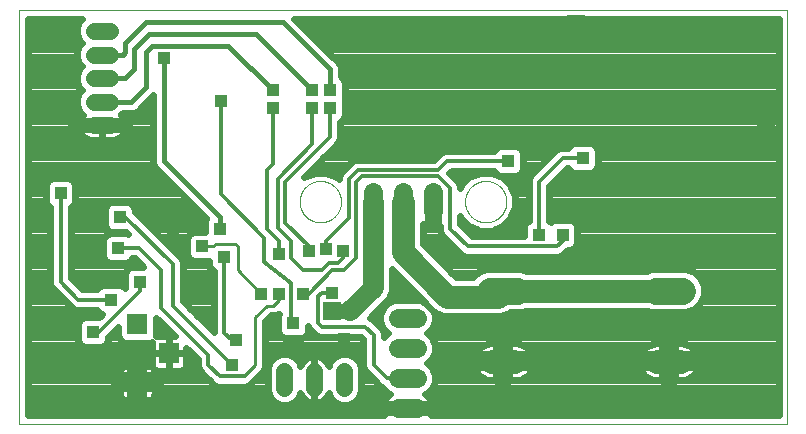
<source format=gbl>
G75*
%MOIN*%
%OFA0B0*%
%FSLAX25Y25*%
%IPPOS*%
%LPD*%
%AMOC8*
5,1,8,0,0,1.08239X$1,22.5*
%
%ADD10C,0.00000*%
%ADD11C,0.06337*%
%ADD12C,0.05600*%
%ADD13C,0.05550*%
%ADD14R,0.07124X0.07124*%
%ADD15C,0.07874*%
%ADD16C,0.08858*%
%ADD17R,0.04362X0.04362*%
%ADD18C,0.01200*%
%ADD19C,0.01600*%
%ADD20C,0.07600*%
%ADD21C,0.02400*%
%ADD22R,0.05937X0.05937*%
%ADD23C,0.05000*%
%ADD24C,0.06600*%
%ADD25C,0.01000*%
%ADD26C,0.07000*%
D10*
X0002200Y0026633D02*
X0002200Y0164428D01*
X0258106Y0164428D01*
X0258106Y0026633D01*
X0002200Y0026633D01*
X0095704Y0100649D02*
X0095706Y0100818D01*
X0095712Y0100987D01*
X0095723Y0101156D01*
X0095737Y0101324D01*
X0095756Y0101492D01*
X0095779Y0101660D01*
X0095805Y0101827D01*
X0095836Y0101993D01*
X0095871Y0102159D01*
X0095910Y0102323D01*
X0095954Y0102487D01*
X0096001Y0102649D01*
X0096052Y0102810D01*
X0096107Y0102970D01*
X0096166Y0103129D01*
X0096228Y0103286D01*
X0096295Y0103441D01*
X0096366Y0103595D01*
X0096440Y0103747D01*
X0096518Y0103897D01*
X0096599Y0104045D01*
X0096684Y0104191D01*
X0096773Y0104335D01*
X0096865Y0104477D01*
X0096961Y0104616D01*
X0097060Y0104753D01*
X0097162Y0104888D01*
X0097268Y0105020D01*
X0097377Y0105149D01*
X0097489Y0105276D01*
X0097604Y0105400D01*
X0097722Y0105521D01*
X0097843Y0105639D01*
X0097967Y0105754D01*
X0098094Y0105866D01*
X0098223Y0105975D01*
X0098355Y0106081D01*
X0098490Y0106183D01*
X0098627Y0106282D01*
X0098766Y0106378D01*
X0098908Y0106470D01*
X0099052Y0106559D01*
X0099198Y0106644D01*
X0099346Y0106725D01*
X0099496Y0106803D01*
X0099648Y0106877D01*
X0099802Y0106948D01*
X0099957Y0107015D01*
X0100114Y0107077D01*
X0100273Y0107136D01*
X0100433Y0107191D01*
X0100594Y0107242D01*
X0100756Y0107289D01*
X0100920Y0107333D01*
X0101084Y0107372D01*
X0101250Y0107407D01*
X0101416Y0107438D01*
X0101583Y0107464D01*
X0101751Y0107487D01*
X0101919Y0107506D01*
X0102087Y0107520D01*
X0102256Y0107531D01*
X0102425Y0107537D01*
X0102594Y0107539D01*
X0102763Y0107537D01*
X0102932Y0107531D01*
X0103101Y0107520D01*
X0103269Y0107506D01*
X0103437Y0107487D01*
X0103605Y0107464D01*
X0103772Y0107438D01*
X0103938Y0107407D01*
X0104104Y0107372D01*
X0104268Y0107333D01*
X0104432Y0107289D01*
X0104594Y0107242D01*
X0104755Y0107191D01*
X0104915Y0107136D01*
X0105074Y0107077D01*
X0105231Y0107015D01*
X0105386Y0106948D01*
X0105540Y0106877D01*
X0105692Y0106803D01*
X0105842Y0106725D01*
X0105990Y0106644D01*
X0106136Y0106559D01*
X0106280Y0106470D01*
X0106422Y0106378D01*
X0106561Y0106282D01*
X0106698Y0106183D01*
X0106833Y0106081D01*
X0106965Y0105975D01*
X0107094Y0105866D01*
X0107221Y0105754D01*
X0107345Y0105639D01*
X0107466Y0105521D01*
X0107584Y0105400D01*
X0107699Y0105276D01*
X0107811Y0105149D01*
X0107920Y0105020D01*
X0108026Y0104888D01*
X0108128Y0104753D01*
X0108227Y0104616D01*
X0108323Y0104477D01*
X0108415Y0104335D01*
X0108504Y0104191D01*
X0108589Y0104045D01*
X0108670Y0103897D01*
X0108748Y0103747D01*
X0108822Y0103595D01*
X0108893Y0103441D01*
X0108960Y0103286D01*
X0109022Y0103129D01*
X0109081Y0102970D01*
X0109136Y0102810D01*
X0109187Y0102649D01*
X0109234Y0102487D01*
X0109278Y0102323D01*
X0109317Y0102159D01*
X0109352Y0101993D01*
X0109383Y0101827D01*
X0109409Y0101660D01*
X0109432Y0101492D01*
X0109451Y0101324D01*
X0109465Y0101156D01*
X0109476Y0100987D01*
X0109482Y0100818D01*
X0109484Y0100649D01*
X0109482Y0100480D01*
X0109476Y0100311D01*
X0109465Y0100142D01*
X0109451Y0099974D01*
X0109432Y0099806D01*
X0109409Y0099638D01*
X0109383Y0099471D01*
X0109352Y0099305D01*
X0109317Y0099139D01*
X0109278Y0098975D01*
X0109234Y0098811D01*
X0109187Y0098649D01*
X0109136Y0098488D01*
X0109081Y0098328D01*
X0109022Y0098169D01*
X0108960Y0098012D01*
X0108893Y0097857D01*
X0108822Y0097703D01*
X0108748Y0097551D01*
X0108670Y0097401D01*
X0108589Y0097253D01*
X0108504Y0097107D01*
X0108415Y0096963D01*
X0108323Y0096821D01*
X0108227Y0096682D01*
X0108128Y0096545D01*
X0108026Y0096410D01*
X0107920Y0096278D01*
X0107811Y0096149D01*
X0107699Y0096022D01*
X0107584Y0095898D01*
X0107466Y0095777D01*
X0107345Y0095659D01*
X0107221Y0095544D01*
X0107094Y0095432D01*
X0106965Y0095323D01*
X0106833Y0095217D01*
X0106698Y0095115D01*
X0106561Y0095016D01*
X0106422Y0094920D01*
X0106280Y0094828D01*
X0106136Y0094739D01*
X0105990Y0094654D01*
X0105842Y0094573D01*
X0105692Y0094495D01*
X0105540Y0094421D01*
X0105386Y0094350D01*
X0105231Y0094283D01*
X0105074Y0094221D01*
X0104915Y0094162D01*
X0104755Y0094107D01*
X0104594Y0094056D01*
X0104432Y0094009D01*
X0104268Y0093965D01*
X0104104Y0093926D01*
X0103938Y0093891D01*
X0103772Y0093860D01*
X0103605Y0093834D01*
X0103437Y0093811D01*
X0103269Y0093792D01*
X0103101Y0093778D01*
X0102932Y0093767D01*
X0102763Y0093761D01*
X0102594Y0093759D01*
X0102425Y0093761D01*
X0102256Y0093767D01*
X0102087Y0093778D01*
X0101919Y0093792D01*
X0101751Y0093811D01*
X0101583Y0093834D01*
X0101416Y0093860D01*
X0101250Y0093891D01*
X0101084Y0093926D01*
X0100920Y0093965D01*
X0100756Y0094009D01*
X0100594Y0094056D01*
X0100433Y0094107D01*
X0100273Y0094162D01*
X0100114Y0094221D01*
X0099957Y0094283D01*
X0099802Y0094350D01*
X0099648Y0094421D01*
X0099496Y0094495D01*
X0099346Y0094573D01*
X0099198Y0094654D01*
X0099052Y0094739D01*
X0098908Y0094828D01*
X0098766Y0094920D01*
X0098627Y0095016D01*
X0098490Y0095115D01*
X0098355Y0095217D01*
X0098223Y0095323D01*
X0098094Y0095432D01*
X0097967Y0095544D01*
X0097843Y0095659D01*
X0097722Y0095777D01*
X0097604Y0095898D01*
X0097489Y0096022D01*
X0097377Y0096149D01*
X0097268Y0096278D01*
X0097162Y0096410D01*
X0097060Y0096545D01*
X0096961Y0096682D01*
X0096865Y0096821D01*
X0096773Y0096963D01*
X0096684Y0097107D01*
X0096599Y0097253D01*
X0096518Y0097401D01*
X0096440Y0097551D01*
X0096366Y0097703D01*
X0096295Y0097857D01*
X0096228Y0098012D01*
X0096166Y0098169D01*
X0096107Y0098328D01*
X0096052Y0098488D01*
X0096001Y0098649D01*
X0095954Y0098811D01*
X0095910Y0098975D01*
X0095871Y0099139D01*
X0095836Y0099305D01*
X0095805Y0099471D01*
X0095779Y0099638D01*
X0095756Y0099806D01*
X0095737Y0099974D01*
X0095723Y0100142D01*
X0095712Y0100311D01*
X0095706Y0100480D01*
X0095704Y0100649D01*
X0150822Y0100649D02*
X0150824Y0100818D01*
X0150830Y0100987D01*
X0150841Y0101156D01*
X0150855Y0101324D01*
X0150874Y0101492D01*
X0150897Y0101660D01*
X0150923Y0101827D01*
X0150954Y0101993D01*
X0150989Y0102159D01*
X0151028Y0102323D01*
X0151072Y0102487D01*
X0151119Y0102649D01*
X0151170Y0102810D01*
X0151225Y0102970D01*
X0151284Y0103129D01*
X0151346Y0103286D01*
X0151413Y0103441D01*
X0151484Y0103595D01*
X0151558Y0103747D01*
X0151636Y0103897D01*
X0151717Y0104045D01*
X0151802Y0104191D01*
X0151891Y0104335D01*
X0151983Y0104477D01*
X0152079Y0104616D01*
X0152178Y0104753D01*
X0152280Y0104888D01*
X0152386Y0105020D01*
X0152495Y0105149D01*
X0152607Y0105276D01*
X0152722Y0105400D01*
X0152840Y0105521D01*
X0152961Y0105639D01*
X0153085Y0105754D01*
X0153212Y0105866D01*
X0153341Y0105975D01*
X0153473Y0106081D01*
X0153608Y0106183D01*
X0153745Y0106282D01*
X0153884Y0106378D01*
X0154026Y0106470D01*
X0154170Y0106559D01*
X0154316Y0106644D01*
X0154464Y0106725D01*
X0154614Y0106803D01*
X0154766Y0106877D01*
X0154920Y0106948D01*
X0155075Y0107015D01*
X0155232Y0107077D01*
X0155391Y0107136D01*
X0155551Y0107191D01*
X0155712Y0107242D01*
X0155874Y0107289D01*
X0156038Y0107333D01*
X0156202Y0107372D01*
X0156368Y0107407D01*
X0156534Y0107438D01*
X0156701Y0107464D01*
X0156869Y0107487D01*
X0157037Y0107506D01*
X0157205Y0107520D01*
X0157374Y0107531D01*
X0157543Y0107537D01*
X0157712Y0107539D01*
X0157881Y0107537D01*
X0158050Y0107531D01*
X0158219Y0107520D01*
X0158387Y0107506D01*
X0158555Y0107487D01*
X0158723Y0107464D01*
X0158890Y0107438D01*
X0159056Y0107407D01*
X0159222Y0107372D01*
X0159386Y0107333D01*
X0159550Y0107289D01*
X0159712Y0107242D01*
X0159873Y0107191D01*
X0160033Y0107136D01*
X0160192Y0107077D01*
X0160349Y0107015D01*
X0160504Y0106948D01*
X0160658Y0106877D01*
X0160810Y0106803D01*
X0160960Y0106725D01*
X0161108Y0106644D01*
X0161254Y0106559D01*
X0161398Y0106470D01*
X0161540Y0106378D01*
X0161679Y0106282D01*
X0161816Y0106183D01*
X0161951Y0106081D01*
X0162083Y0105975D01*
X0162212Y0105866D01*
X0162339Y0105754D01*
X0162463Y0105639D01*
X0162584Y0105521D01*
X0162702Y0105400D01*
X0162817Y0105276D01*
X0162929Y0105149D01*
X0163038Y0105020D01*
X0163144Y0104888D01*
X0163246Y0104753D01*
X0163345Y0104616D01*
X0163441Y0104477D01*
X0163533Y0104335D01*
X0163622Y0104191D01*
X0163707Y0104045D01*
X0163788Y0103897D01*
X0163866Y0103747D01*
X0163940Y0103595D01*
X0164011Y0103441D01*
X0164078Y0103286D01*
X0164140Y0103129D01*
X0164199Y0102970D01*
X0164254Y0102810D01*
X0164305Y0102649D01*
X0164352Y0102487D01*
X0164396Y0102323D01*
X0164435Y0102159D01*
X0164470Y0101993D01*
X0164501Y0101827D01*
X0164527Y0101660D01*
X0164550Y0101492D01*
X0164569Y0101324D01*
X0164583Y0101156D01*
X0164594Y0100987D01*
X0164600Y0100818D01*
X0164602Y0100649D01*
X0164600Y0100480D01*
X0164594Y0100311D01*
X0164583Y0100142D01*
X0164569Y0099974D01*
X0164550Y0099806D01*
X0164527Y0099638D01*
X0164501Y0099471D01*
X0164470Y0099305D01*
X0164435Y0099139D01*
X0164396Y0098975D01*
X0164352Y0098811D01*
X0164305Y0098649D01*
X0164254Y0098488D01*
X0164199Y0098328D01*
X0164140Y0098169D01*
X0164078Y0098012D01*
X0164011Y0097857D01*
X0163940Y0097703D01*
X0163866Y0097551D01*
X0163788Y0097401D01*
X0163707Y0097253D01*
X0163622Y0097107D01*
X0163533Y0096963D01*
X0163441Y0096821D01*
X0163345Y0096682D01*
X0163246Y0096545D01*
X0163144Y0096410D01*
X0163038Y0096278D01*
X0162929Y0096149D01*
X0162817Y0096022D01*
X0162702Y0095898D01*
X0162584Y0095777D01*
X0162463Y0095659D01*
X0162339Y0095544D01*
X0162212Y0095432D01*
X0162083Y0095323D01*
X0161951Y0095217D01*
X0161816Y0095115D01*
X0161679Y0095016D01*
X0161540Y0094920D01*
X0161398Y0094828D01*
X0161254Y0094739D01*
X0161108Y0094654D01*
X0160960Y0094573D01*
X0160810Y0094495D01*
X0160658Y0094421D01*
X0160504Y0094350D01*
X0160349Y0094283D01*
X0160192Y0094221D01*
X0160033Y0094162D01*
X0159873Y0094107D01*
X0159712Y0094056D01*
X0159550Y0094009D01*
X0159386Y0093965D01*
X0159222Y0093926D01*
X0159056Y0093891D01*
X0158890Y0093860D01*
X0158723Y0093834D01*
X0158555Y0093811D01*
X0158387Y0093792D01*
X0158219Y0093778D01*
X0158050Y0093767D01*
X0157881Y0093761D01*
X0157712Y0093759D01*
X0157543Y0093761D01*
X0157374Y0093767D01*
X0157205Y0093778D01*
X0157037Y0093792D01*
X0156869Y0093811D01*
X0156701Y0093834D01*
X0156534Y0093860D01*
X0156368Y0093891D01*
X0156202Y0093926D01*
X0156038Y0093965D01*
X0155874Y0094009D01*
X0155712Y0094056D01*
X0155551Y0094107D01*
X0155391Y0094162D01*
X0155232Y0094221D01*
X0155075Y0094283D01*
X0154920Y0094350D01*
X0154766Y0094421D01*
X0154614Y0094495D01*
X0154464Y0094573D01*
X0154316Y0094654D01*
X0154170Y0094739D01*
X0154026Y0094828D01*
X0153884Y0094920D01*
X0153745Y0095016D01*
X0153608Y0095115D01*
X0153473Y0095217D01*
X0153341Y0095323D01*
X0153212Y0095432D01*
X0153085Y0095544D01*
X0152961Y0095659D01*
X0152840Y0095777D01*
X0152722Y0095898D01*
X0152607Y0096022D01*
X0152495Y0096149D01*
X0152386Y0096278D01*
X0152280Y0096410D01*
X0152178Y0096545D01*
X0152079Y0096682D01*
X0151983Y0096821D01*
X0151891Y0096963D01*
X0151802Y0097107D01*
X0151717Y0097253D01*
X0151636Y0097401D01*
X0151558Y0097551D01*
X0151484Y0097703D01*
X0151413Y0097857D01*
X0151346Y0098012D01*
X0151284Y0098169D01*
X0151225Y0098328D01*
X0151170Y0098488D01*
X0151119Y0098649D01*
X0151072Y0098811D01*
X0151028Y0098975D01*
X0150989Y0099139D01*
X0150954Y0099305D01*
X0150923Y0099471D01*
X0150897Y0099638D01*
X0150874Y0099806D01*
X0150855Y0099974D01*
X0150841Y0100142D01*
X0150830Y0100311D01*
X0150824Y0100480D01*
X0150822Y0100649D01*
D11*
X0140153Y0097480D02*
X0140153Y0103817D01*
X0130153Y0103817D02*
X0130153Y0097480D01*
X0120153Y0097480D02*
X0120153Y0103817D01*
X0128461Y0061810D02*
X0134798Y0061810D01*
X0134798Y0051810D02*
X0128461Y0051810D01*
X0128461Y0041810D02*
X0134798Y0041810D01*
X0134798Y0031810D02*
X0128461Y0031810D01*
D12*
X0110625Y0038597D02*
X0110625Y0044197D01*
X0100625Y0044197D02*
X0100625Y0038597D01*
X0090625Y0038597D02*
X0090625Y0044197D01*
X0139995Y0093562D02*
X0139995Y0100452D01*
D13*
X0032534Y0126043D02*
X0026984Y0126043D01*
X0026984Y0133917D02*
X0032534Y0133917D01*
X0032534Y0141791D02*
X0026984Y0141791D01*
X0026984Y0149665D02*
X0032534Y0149665D01*
X0032534Y0157539D02*
X0026984Y0157539D01*
D14*
X0041570Y0059901D03*
X0052200Y0050058D03*
X0041570Y0040216D03*
D15*
X0159680Y0047302D02*
X0167554Y0047302D01*
X0214798Y0047302D02*
X0222672Y0047302D01*
D16*
X0223165Y0070925D02*
X0214306Y0070925D01*
X0168046Y0070925D02*
X0159188Y0070925D01*
D17*
X0128184Y0069940D03*
X0106531Y0070334D03*
X0096688Y0069940D03*
X0088814Y0069940D03*
X0082909Y0069940D03*
X0093539Y0060098D03*
X0110468Y0054980D03*
X0074444Y0054389D03*
X0073066Y0046318D03*
X0026806Y0057145D03*
X0032909Y0067972D03*
X0042357Y0073877D03*
X0035074Y0085098D03*
X0053381Y0089625D03*
X0063224Y0085688D03*
X0070507Y0082342D03*
X0088814Y0083129D03*
X0098657Y0084114D03*
X0104562Y0084901D03*
X0110074Y0084114D03*
X0069129Y0091594D03*
X0035665Y0095531D03*
X0015980Y0103405D03*
X0086649Y0131948D03*
X0086649Y0137854D03*
X0099838Y0137854D03*
X0105743Y0137854D03*
X0105743Y0131948D03*
X0099838Y0131948D03*
X0069326Y0134310D03*
X0050428Y0148680D03*
X0165192Y0114232D03*
X0189995Y0115216D03*
X0183302Y0089625D03*
X0175428Y0089625D03*
D18*
X0175428Y0107342D01*
X0183302Y0115216D01*
X0189995Y0115216D01*
X0165192Y0114232D02*
X0144917Y0114232D01*
X0141964Y0111279D01*
X0115192Y0111279D01*
X0112239Y0108326D01*
X0112239Y0095334D01*
X0104562Y0087657D01*
X0104562Y0084901D01*
X0110074Y0084114D02*
X0110074Y0081751D01*
X0108499Y0080177D01*
X0105350Y0080177D01*
X0102987Y0077814D01*
X0096688Y0077814D01*
X0092751Y0081751D01*
X0092751Y0087460D01*
X0088420Y0091791D01*
X0088420Y0108326D01*
X0099838Y0119743D01*
X0099838Y0131948D01*
X0105743Y0131948D02*
X0105743Y0122302D01*
X0090783Y0107342D01*
X0090783Y0093562D01*
X0098657Y0085688D01*
X0098657Y0084114D01*
X0088814Y0083129D02*
X0088814Y0087657D01*
X0084877Y0091594D01*
X0084877Y0111279D01*
X0086649Y0113051D01*
X0086649Y0131948D01*
X0069326Y0134310D02*
X0069326Y0103208D01*
X0083893Y0088641D01*
X0083893Y0080373D01*
X0092751Y0073484D01*
X0092751Y0060885D01*
X0093539Y0060098D01*
X0101806Y0060295D02*
X0103184Y0058917D01*
X0117554Y0058917D01*
X0120310Y0056161D01*
X0120310Y0046318D01*
X0124818Y0041810D01*
X0131629Y0041810D01*
X0129149Y0041810D01*
X0101806Y0060295D02*
X0101806Y0069153D01*
X0102987Y0070334D01*
X0106531Y0070334D01*
X0106531Y0077814D02*
X0098657Y0069940D01*
X0096688Y0069940D01*
X0106531Y0077814D02*
X0110468Y0077814D01*
X0114405Y0081751D01*
X0114405Y0107145D01*
X0116373Y0109114D01*
X0141767Y0109114D01*
X0145704Y0105177D01*
X0145901Y0091594D01*
X0151806Y0085688D01*
X0181334Y0085688D01*
X0183302Y0087657D01*
X0183302Y0089625D01*
X0140153Y0100649D02*
X0139995Y0100491D01*
X0139995Y0100452D01*
X0070507Y0082342D02*
X0070507Y0056948D01*
X0073066Y0054389D01*
X0074444Y0054389D01*
X0065192Y0049468D02*
X0049444Y0065216D01*
X0049444Y0077814D01*
X0042161Y0085098D01*
X0035074Y0085098D01*
X0037633Y0095531D02*
X0053381Y0079783D01*
X0053381Y0066003D01*
X0073066Y0046318D01*
X0069129Y0042381D02*
X0065192Y0046318D01*
X0065192Y0049468D01*
X0069129Y0042381D02*
X0077003Y0042381D01*
X0042357Y0070728D02*
X0028775Y0057145D01*
X0026806Y0057145D01*
X0021885Y0067972D02*
X0032909Y0067972D01*
X0042357Y0070728D02*
X0042357Y0073877D01*
X0021885Y0067972D02*
X0015980Y0073877D01*
X0015980Y0103405D01*
X0035665Y0095531D02*
X0037633Y0095531D01*
D19*
X0050428Y0114232D02*
X0069129Y0095531D01*
X0069129Y0091594D01*
X0050428Y0114232D02*
X0050428Y0148680D01*
X0046491Y0152617D02*
X0044523Y0150649D01*
X0044523Y0138838D01*
X0039602Y0133917D01*
X0029759Y0133917D01*
X0029759Y0141791D02*
X0037633Y0141791D01*
X0040586Y0144743D01*
X0040586Y0151633D01*
X0045507Y0156554D01*
X0081137Y0156554D01*
X0099838Y0137854D01*
X0105743Y0137854D02*
X0105743Y0144743D01*
X0089995Y0160491D01*
X0044523Y0160491D01*
X0037633Y0153602D01*
X0037633Y0150649D01*
X0036649Y0149665D01*
X0029759Y0149665D01*
X0046491Y0152617D02*
X0071885Y0152617D01*
X0086649Y0137854D01*
D20*
X0130153Y0100649D02*
X0130153Y0083720D01*
X0144917Y0068956D01*
X0161649Y0068956D01*
X0161649Y0070925D01*
X0163617Y0070925D01*
X0218735Y0070925D01*
D21*
X0227260Y0077053D02*
X0229293Y0075020D01*
X0230394Y0072363D01*
X0230394Y0069487D01*
X0229293Y0066830D01*
X0227260Y0064796D01*
X0224603Y0063695D01*
X0212868Y0063695D01*
X0211349Y0064325D01*
X0171003Y0064325D01*
X0169484Y0063695D01*
X0165722Y0063695D01*
X0165387Y0063361D01*
X0162962Y0062356D01*
X0143604Y0062356D01*
X0141178Y0063361D01*
X0140218Y0064321D01*
X0140766Y0062998D01*
X0140766Y0060623D01*
X0139857Y0058429D01*
X0138238Y0056810D01*
X0139857Y0055191D01*
X0140766Y0052998D01*
X0140766Y0050623D01*
X0139857Y0048429D01*
X0138238Y0046810D01*
X0139857Y0045191D01*
X0140766Y0042998D01*
X0140766Y0040623D01*
X0139857Y0038429D01*
X0138179Y0036751D01*
X0137488Y0036465D01*
X0137611Y0036402D01*
X0138295Y0035905D01*
X0138892Y0035308D01*
X0139389Y0034624D01*
X0139773Y0033871D01*
X0140034Y0033067D01*
X0140166Y0032233D01*
X0140166Y0031810D01*
X0131629Y0031810D01*
X0123092Y0031810D01*
X0123092Y0031388D01*
X0123224Y0030553D01*
X0123485Y0029750D01*
X0123647Y0029433D01*
X0005000Y0029433D01*
X0005000Y0161628D01*
X0023190Y0161628D01*
X0022258Y0160697D01*
X0021409Y0158648D01*
X0021409Y0156430D01*
X0022258Y0154381D01*
X0023037Y0153602D01*
X0022258Y0152823D01*
X0021409Y0150774D01*
X0021409Y0148556D01*
X0022258Y0146507D01*
X0023037Y0145728D01*
X0022258Y0144949D01*
X0021409Y0142900D01*
X0021409Y0140682D01*
X0022258Y0138633D01*
X0023037Y0137854D01*
X0022258Y0137075D01*
X0021409Y0135026D01*
X0021409Y0132808D01*
X0022258Y0130759D01*
X0023462Y0129555D01*
X0023190Y0129284D01*
X0022729Y0128650D01*
X0022374Y0127952D01*
X0022132Y0127208D01*
X0022009Y0126434D01*
X0022009Y0126043D01*
X0029759Y0126043D01*
X0029759Y0126043D01*
X0037509Y0126043D01*
X0037509Y0126434D01*
X0037386Y0127208D01*
X0037144Y0127952D01*
X0036789Y0128650D01*
X0036328Y0129284D01*
X0036057Y0129555D01*
X0036818Y0130317D01*
X0040318Y0130317D01*
X0041641Y0130865D01*
X0042653Y0131877D01*
X0046828Y0136052D01*
X0046828Y0113516D01*
X0047376Y0112192D01*
X0064467Y0095102D01*
X0064148Y0094332D01*
X0064148Y0090669D01*
X0060486Y0090669D01*
X0059456Y0090243D01*
X0058669Y0089455D01*
X0058243Y0088426D01*
X0058243Y0082950D01*
X0058669Y0081921D01*
X0059456Y0081133D01*
X0060486Y0080707D01*
X0065526Y0080707D01*
X0065526Y0079604D01*
X0065952Y0078575D01*
X0066740Y0077787D01*
X0067107Y0077635D01*
X0067107Y0057086D01*
X0056781Y0067412D01*
X0056781Y0080459D01*
X0056263Y0081709D01*
X0040646Y0097327D01*
X0040646Y0098269D01*
X0040219Y0099298D01*
X0039432Y0100086D01*
X0038403Y0100512D01*
X0032927Y0100512D01*
X0031897Y0100086D01*
X0031110Y0099298D01*
X0030683Y0098269D01*
X0030683Y0092793D01*
X0031110Y0091764D01*
X0031897Y0090976D01*
X0032927Y0090550D01*
X0037806Y0090550D01*
X0038605Y0089750D01*
X0037812Y0090079D01*
X0032336Y0090079D01*
X0031307Y0089653D01*
X0030519Y0088865D01*
X0030093Y0087836D01*
X0030093Y0082360D01*
X0030519Y0081331D01*
X0031307Y0080543D01*
X0032336Y0080117D01*
X0037812Y0080117D01*
X0038841Y0080543D01*
X0039629Y0081331D01*
X0039781Y0081698D01*
X0040752Y0081698D01*
X0043592Y0078858D01*
X0039619Y0078858D01*
X0038590Y0078432D01*
X0037803Y0077644D01*
X0037376Y0076615D01*
X0037376Y0071826D01*
X0036676Y0072527D01*
X0035647Y0072953D01*
X0030171Y0072953D01*
X0029141Y0072527D01*
X0028354Y0071739D01*
X0028202Y0071372D01*
X0023293Y0071372D01*
X0019380Y0075286D01*
X0019380Y0098698D01*
X0019747Y0098850D01*
X0020534Y0099638D01*
X0020961Y0100667D01*
X0020961Y0106143D01*
X0020534Y0107172D01*
X0019747Y0107960D01*
X0018718Y0108386D01*
X0013241Y0108386D01*
X0012212Y0107960D01*
X0011425Y0107172D01*
X0010998Y0106143D01*
X0010998Y0100667D01*
X0011425Y0099638D01*
X0012212Y0098850D01*
X0012580Y0098698D01*
X0012580Y0073201D01*
X0013097Y0071951D01*
X0019003Y0066046D01*
X0019959Y0065089D01*
X0021209Y0064572D01*
X0028202Y0064572D01*
X0028354Y0064205D01*
X0029141Y0063417D01*
X0029917Y0063096D01*
X0028948Y0062126D01*
X0024068Y0062126D01*
X0023039Y0061700D01*
X0022251Y0060912D01*
X0021825Y0059883D01*
X0021825Y0054407D01*
X0022251Y0053378D01*
X0023039Y0052590D01*
X0024068Y0052164D01*
X0029544Y0052164D01*
X0030573Y0052590D01*
X0031361Y0053378D01*
X0031787Y0054407D01*
X0031787Y0055349D01*
X0035208Y0058770D01*
X0035208Y0055782D01*
X0035634Y0054753D01*
X0036422Y0053965D01*
X0037451Y0053539D01*
X0045689Y0053539D01*
X0046438Y0053849D01*
X0046438Y0050058D01*
X0046438Y0046207D01*
X0046588Y0045647D01*
X0046877Y0045145D01*
X0047287Y0044736D01*
X0047789Y0044446D01*
X0048348Y0044296D01*
X0052200Y0044296D01*
X0056052Y0044296D01*
X0056611Y0044446D01*
X0057113Y0044736D01*
X0057523Y0045145D01*
X0057812Y0045647D01*
X0057962Y0046207D01*
X0057962Y0050058D01*
X0052200Y0050058D01*
X0052200Y0044296D01*
X0052200Y0050058D01*
X0052200Y0050058D01*
X0052200Y0050058D01*
X0046438Y0050058D01*
X0052200Y0050058D01*
X0052200Y0050058D01*
X0057962Y0050058D01*
X0057962Y0051889D01*
X0061792Y0048060D01*
X0061792Y0045642D01*
X0062310Y0044392D01*
X0063266Y0043436D01*
X0067203Y0039499D01*
X0068453Y0038981D01*
X0077679Y0038981D01*
X0078929Y0039499D01*
X0079886Y0040455D01*
X0079986Y0040697D01*
X0082809Y0043521D01*
X0083738Y0044449D01*
X0084240Y0045662D01*
X0084240Y0060699D01*
X0086244Y0062703D01*
X0087502Y0062703D01*
X0088710Y0063204D01*
X0088557Y0062836D01*
X0088557Y0057360D01*
X0088984Y0056331D01*
X0089771Y0055543D01*
X0090801Y0055117D01*
X0096277Y0055117D01*
X0097306Y0055543D01*
X0098093Y0056331D01*
X0098520Y0057360D01*
X0098520Y0059345D01*
X0098924Y0058369D01*
X0101258Y0056034D01*
X0102508Y0055517D01*
X0116146Y0055517D01*
X0116910Y0054752D01*
X0116910Y0045642D01*
X0117428Y0044392D01*
X0121936Y0039884D01*
X0122892Y0038928D01*
X0123257Y0038777D01*
X0123401Y0038429D01*
X0125080Y0036751D01*
X0125770Y0036465D01*
X0125647Y0036402D01*
X0124963Y0035905D01*
X0124366Y0035308D01*
X0123869Y0034624D01*
X0123485Y0033871D01*
X0123224Y0033067D01*
X0123092Y0032233D01*
X0123092Y0031810D01*
X0131629Y0031810D01*
X0131629Y0031810D01*
X0131629Y0031810D01*
X0140166Y0031810D01*
X0140166Y0031388D01*
X0140034Y0030553D01*
X0139773Y0029750D01*
X0139612Y0029433D01*
X0255306Y0029433D01*
X0255306Y0161628D01*
X0093949Y0161628D01*
X0107783Y0147795D01*
X0108795Y0146783D01*
X0109343Y0145460D01*
X0109343Y0142478D01*
X0109510Y0142408D01*
X0110298Y0141621D01*
X0110724Y0140592D01*
X0110724Y0135116D01*
X0110635Y0134901D01*
X0110724Y0134686D01*
X0110724Y0129210D01*
X0110298Y0128181D01*
X0109510Y0127393D01*
X0109143Y0127241D01*
X0109143Y0121626D01*
X0108626Y0120377D01*
X0107669Y0119420D01*
X0107669Y0119420D01*
X0097118Y0108869D01*
X0100666Y0110339D01*
X0104521Y0110339D01*
X0108083Y0108864D01*
X0108839Y0108107D01*
X0108839Y0109002D01*
X0109357Y0110252D01*
X0110313Y0111208D01*
X0113266Y0114161D01*
X0114516Y0114679D01*
X0140555Y0114679D01*
X0142991Y0117114D01*
X0144240Y0117632D01*
X0160485Y0117632D01*
X0160637Y0117999D01*
X0161425Y0118786D01*
X0162454Y0119213D01*
X0167930Y0119213D01*
X0168959Y0118786D01*
X0169747Y0117999D01*
X0170173Y0116970D01*
X0170173Y0111494D01*
X0169747Y0110464D01*
X0168959Y0109677D01*
X0167930Y0109251D01*
X0162454Y0109251D01*
X0161425Y0109677D01*
X0160637Y0110464D01*
X0160485Y0110832D01*
X0146325Y0110832D01*
X0145591Y0110098D01*
X0148090Y0107598D01*
X0148558Y0107144D01*
X0148568Y0107121D01*
X0148586Y0107102D01*
X0148836Y0106500D01*
X0149094Y0105902D01*
X0149094Y0105876D01*
X0149104Y0105853D01*
X0149104Y0105201D01*
X0149104Y0105189D01*
X0149497Y0106138D01*
X0152223Y0108864D01*
X0155784Y0110339D01*
X0159639Y0110339D01*
X0163201Y0108864D01*
X0165926Y0106138D01*
X0167402Y0102576D01*
X0167402Y0098722D01*
X0165926Y0095160D01*
X0163201Y0092434D01*
X0159639Y0090959D01*
X0155784Y0090959D01*
X0152223Y0092434D01*
X0149497Y0095160D01*
X0149240Y0095780D01*
X0149280Y0093022D01*
X0153215Y0089088D01*
X0170447Y0089088D01*
X0170447Y0092363D01*
X0170874Y0093392D01*
X0171661Y0094180D01*
X0172028Y0094332D01*
X0172028Y0108018D01*
X0172546Y0109268D01*
X0180420Y0117142D01*
X0181376Y0118098D01*
X0182626Y0118616D01*
X0185288Y0118616D01*
X0185440Y0118983D01*
X0186228Y0119771D01*
X0187257Y0120197D01*
X0192733Y0120197D01*
X0193762Y0119771D01*
X0194550Y0118983D01*
X0194976Y0117954D01*
X0194976Y0112478D01*
X0194550Y0111449D01*
X0193762Y0110661D01*
X0192733Y0110235D01*
X0187257Y0110235D01*
X0186228Y0110661D01*
X0185440Y0111449D01*
X0185288Y0111816D01*
X0184711Y0111816D01*
X0178828Y0105934D01*
X0178828Y0094332D01*
X0179196Y0094180D01*
X0179365Y0094010D01*
X0179535Y0094180D01*
X0180564Y0094606D01*
X0186040Y0094606D01*
X0187070Y0094180D01*
X0187857Y0093392D01*
X0188283Y0092363D01*
X0188283Y0086887D01*
X0187857Y0085858D01*
X0187070Y0085070D01*
X0186040Y0084644D01*
X0185098Y0084644D01*
X0184216Y0083762D01*
X0183260Y0082806D01*
X0182010Y0082288D01*
X0151130Y0082288D01*
X0149880Y0082806D01*
X0143514Y0089172D01*
X0143047Y0089626D01*
X0143036Y0089650D01*
X0143018Y0089668D01*
X0142769Y0090270D01*
X0142511Y0090868D01*
X0142511Y0090894D01*
X0142501Y0090918D01*
X0142501Y0091569D01*
X0142485Y0092644D01*
X0142214Y0092505D01*
X0141410Y0092244D01*
X0140575Y0092112D01*
X0140153Y0092112D01*
X0140153Y0100649D01*
X0140153Y0100649D01*
X0140153Y0092112D01*
X0139730Y0092112D01*
X0138896Y0092244D01*
X0138092Y0092505D01*
X0137339Y0092889D01*
X0136753Y0093315D01*
X0136753Y0086454D01*
X0147650Y0075556D01*
X0153596Y0075556D01*
X0155093Y0077053D01*
X0157750Y0078154D01*
X0169484Y0078154D01*
X0171003Y0077525D01*
X0211349Y0077525D01*
X0212868Y0078154D01*
X0224603Y0078154D01*
X0227260Y0077053D01*
X0227311Y0077002D02*
X0255306Y0077002D01*
X0255306Y0079400D02*
X0143806Y0079400D01*
X0146204Y0077002D02*
X0155042Y0077002D01*
X0141407Y0081799D02*
X0255306Y0081799D01*
X0255306Y0084197D02*
X0184651Y0084197D01*
X0188163Y0086596D02*
X0255306Y0086596D01*
X0255306Y0088994D02*
X0188283Y0088994D01*
X0188283Y0091393D02*
X0255306Y0091393D01*
X0255306Y0093792D02*
X0187458Y0093792D01*
X0178828Y0096190D02*
X0255306Y0096190D01*
X0255306Y0098589D02*
X0178828Y0098589D01*
X0178828Y0100987D02*
X0255306Y0100987D01*
X0255306Y0103386D02*
X0178828Y0103386D01*
X0178828Y0105784D02*
X0255306Y0105784D01*
X0255306Y0108183D02*
X0181077Y0108183D01*
X0183476Y0110581D02*
X0186421Y0110581D01*
X0193569Y0110581D02*
X0255306Y0110581D01*
X0255306Y0112980D02*
X0194976Y0112980D01*
X0194976Y0115378D02*
X0255306Y0115378D01*
X0255306Y0117777D02*
X0194976Y0117777D01*
X0192786Y0120175D02*
X0255306Y0120175D01*
X0255306Y0122574D02*
X0109143Y0122574D01*
X0109143Y0124972D02*
X0255306Y0124972D01*
X0255306Y0127371D02*
X0109456Y0127371D01*
X0110724Y0129769D02*
X0255306Y0129769D01*
X0255306Y0132168D02*
X0110724Y0132168D01*
X0110724Y0134566D02*
X0255306Y0134566D01*
X0255306Y0136965D02*
X0110724Y0136965D01*
X0110724Y0139363D02*
X0255306Y0139363D01*
X0255306Y0141762D02*
X0110157Y0141762D01*
X0109343Y0144160D02*
X0255306Y0144160D01*
X0255306Y0146559D02*
X0108888Y0146559D01*
X0106621Y0148957D02*
X0255306Y0148957D01*
X0255306Y0151356D02*
X0104222Y0151356D01*
X0101824Y0153754D02*
X0255306Y0153754D01*
X0255306Y0156153D02*
X0099425Y0156153D01*
X0097027Y0158551D02*
X0255306Y0158551D01*
X0255306Y0160950D02*
X0094628Y0160950D01*
X0046828Y0134566D02*
X0045342Y0134566D01*
X0046828Y0132168D02*
X0042944Y0132168D01*
X0046828Y0129769D02*
X0036270Y0129769D01*
X0037333Y0127371D02*
X0046828Y0127371D01*
X0046828Y0124972D02*
X0037401Y0124972D01*
X0037386Y0124878D02*
X0037509Y0125651D01*
X0037509Y0126043D01*
X0029759Y0126043D01*
X0029759Y0126043D01*
X0022009Y0126043D01*
X0022009Y0125651D01*
X0022132Y0124878D01*
X0022374Y0124133D01*
X0022729Y0123435D01*
X0023190Y0122802D01*
X0023743Y0122248D01*
X0024377Y0121788D01*
X0025075Y0121432D01*
X0025819Y0121190D01*
X0026593Y0121068D01*
X0029759Y0121068D01*
X0029759Y0126043D01*
X0029759Y0121068D01*
X0032925Y0121068D01*
X0033699Y0121190D01*
X0034444Y0121432D01*
X0035141Y0121788D01*
X0035775Y0122248D01*
X0036328Y0122802D01*
X0036789Y0123435D01*
X0037144Y0124133D01*
X0037386Y0124878D01*
X0036100Y0122574D02*
X0046828Y0122574D01*
X0046828Y0120175D02*
X0005000Y0120175D01*
X0005000Y0122574D02*
X0023418Y0122574D01*
X0022117Y0124972D02*
X0005000Y0124972D01*
X0005000Y0127371D02*
X0022185Y0127371D01*
X0023248Y0129769D02*
X0005000Y0129769D01*
X0005000Y0132168D02*
X0021675Y0132168D01*
X0021409Y0134566D02*
X0005000Y0134566D01*
X0005000Y0136965D02*
X0022213Y0136965D01*
X0021956Y0139363D02*
X0005000Y0139363D01*
X0005000Y0141762D02*
X0021409Y0141762D01*
X0021932Y0144160D02*
X0005000Y0144160D01*
X0005000Y0146559D02*
X0022237Y0146559D01*
X0021409Y0148957D02*
X0005000Y0148957D01*
X0005000Y0151356D02*
X0021651Y0151356D01*
X0022885Y0153754D02*
X0005000Y0153754D01*
X0005000Y0156153D02*
X0021524Y0156153D01*
X0021409Y0158551D02*
X0005000Y0158551D01*
X0005000Y0160950D02*
X0022511Y0160950D01*
X0029759Y0126043D02*
X0029759Y0126043D01*
X0029759Y0124972D02*
X0029759Y0124972D01*
X0029759Y0122574D02*
X0029759Y0122574D01*
X0046828Y0117777D02*
X0005000Y0117777D01*
X0005000Y0115378D02*
X0046828Y0115378D01*
X0047050Y0112980D02*
X0005000Y0112980D01*
X0005000Y0110581D02*
X0048988Y0110581D01*
X0051386Y0108183D02*
X0019209Y0108183D01*
X0012751Y0108183D02*
X0005000Y0108183D01*
X0005000Y0105784D02*
X0010998Y0105784D01*
X0010998Y0103386D02*
X0005000Y0103386D01*
X0005000Y0100987D02*
X0010998Y0100987D01*
X0012580Y0098589D02*
X0005000Y0098589D01*
X0005000Y0096190D02*
X0012580Y0096190D01*
X0019380Y0096190D02*
X0030683Y0096190D01*
X0030816Y0098589D02*
X0019380Y0098589D01*
X0020961Y0100987D02*
X0058582Y0100987D01*
X0060980Y0098589D02*
X0040513Y0098589D01*
X0041782Y0096190D02*
X0063379Y0096190D01*
X0064148Y0093792D02*
X0044181Y0093792D01*
X0046579Y0091393D02*
X0064148Y0091393D01*
X0058478Y0088994D02*
X0048978Y0088994D01*
X0051376Y0086596D02*
X0058243Y0086596D01*
X0058243Y0084197D02*
X0053775Y0084197D01*
X0056173Y0081799D02*
X0058791Y0081799D01*
X0056781Y0079400D02*
X0065610Y0079400D01*
X0067107Y0077002D02*
X0056781Y0077002D01*
X0056781Y0074603D02*
X0067107Y0074603D01*
X0067107Y0072205D02*
X0056781Y0072205D01*
X0056781Y0069806D02*
X0067107Y0069806D01*
X0067107Y0067408D02*
X0056785Y0067408D01*
X0059183Y0065009D02*
X0067107Y0065009D01*
X0067107Y0062611D02*
X0061582Y0062611D01*
X0063980Y0060212D02*
X0067107Y0060212D01*
X0067107Y0057814D02*
X0066379Y0057814D01*
X0059233Y0050618D02*
X0057962Y0050618D01*
X0057962Y0048220D02*
X0061632Y0048220D01*
X0061792Y0045821D02*
X0057859Y0045821D01*
X0052200Y0045821D02*
X0052200Y0045821D01*
X0047182Y0044627D02*
X0046893Y0045129D01*
X0046483Y0045539D01*
X0045981Y0045828D01*
X0045422Y0045978D01*
X0041570Y0045978D01*
X0037718Y0045978D01*
X0037159Y0045828D01*
X0036657Y0045539D01*
X0036247Y0045129D01*
X0035958Y0044627D01*
X0035808Y0044068D01*
X0035808Y0040216D01*
X0041570Y0040216D01*
X0041570Y0045978D01*
X0041570Y0040216D01*
X0041570Y0040216D01*
X0041570Y0040216D01*
X0035808Y0040216D01*
X0035808Y0036364D01*
X0035958Y0035804D01*
X0036247Y0035303D01*
X0036657Y0034893D01*
X0037159Y0034604D01*
X0037718Y0034454D01*
X0041570Y0034454D01*
X0045422Y0034454D01*
X0045981Y0034604D01*
X0046483Y0034893D01*
X0046893Y0035303D01*
X0047182Y0035804D01*
X0047332Y0036364D01*
X0047332Y0040216D01*
X0047332Y0044068D01*
X0047182Y0044627D01*
X0047332Y0043423D02*
X0063279Y0043423D01*
X0065678Y0041024D02*
X0047332Y0041024D01*
X0047332Y0040216D02*
X0041570Y0040216D01*
X0041570Y0040216D01*
X0041570Y0040216D01*
X0041570Y0034454D01*
X0041570Y0040216D01*
X0047332Y0040216D01*
X0047332Y0038626D02*
X0085025Y0038626D01*
X0085025Y0037483D02*
X0085878Y0035425D01*
X0087453Y0033850D01*
X0089511Y0032997D01*
X0091739Y0032997D01*
X0093797Y0033850D01*
X0095373Y0035425D01*
X0095948Y0036813D01*
X0095992Y0036678D01*
X0096349Y0035976D01*
X0096811Y0035340D01*
X0097368Y0034783D01*
X0098005Y0034321D01*
X0098706Y0033963D01*
X0099454Y0033720D01*
X0100232Y0033597D01*
X0100625Y0033597D01*
X0100625Y0041397D01*
X0100625Y0049197D01*
X0100232Y0049197D01*
X0099454Y0049074D01*
X0098706Y0048831D01*
X0098005Y0048473D01*
X0097368Y0048011D01*
X0096811Y0047454D01*
X0096349Y0046818D01*
X0095992Y0046116D01*
X0095948Y0045981D01*
X0095373Y0047369D01*
X0093797Y0048944D01*
X0091739Y0049797D01*
X0089511Y0049797D01*
X0087453Y0048944D01*
X0085878Y0047369D01*
X0085025Y0045311D01*
X0085025Y0037483D01*
X0085545Y0036227D02*
X0047296Y0036227D01*
X0041570Y0036227D02*
X0041570Y0036227D01*
X0041570Y0038626D02*
X0041570Y0038626D01*
X0041570Y0041024D02*
X0041570Y0041024D01*
X0041570Y0043423D02*
X0041570Y0043423D01*
X0041570Y0045821D02*
X0041570Y0045821D01*
X0037147Y0045821D02*
X0005000Y0045821D01*
X0005000Y0043423D02*
X0035808Y0043423D01*
X0035808Y0041024D02*
X0005000Y0041024D01*
X0005000Y0038626D02*
X0035808Y0038626D01*
X0035845Y0036227D02*
X0005000Y0036227D01*
X0005000Y0033829D02*
X0087503Y0033829D01*
X0093747Y0033829D02*
X0099120Y0033829D01*
X0100625Y0033829D02*
X0100625Y0033829D01*
X0100625Y0033597D02*
X0101019Y0033597D01*
X0101796Y0033720D01*
X0102545Y0033963D01*
X0103246Y0034321D01*
X0103882Y0034783D01*
X0104439Y0035340D01*
X0104902Y0035976D01*
X0105259Y0036678D01*
X0105303Y0036813D01*
X0105878Y0035425D01*
X0107453Y0033850D01*
X0109511Y0032997D01*
X0111739Y0032997D01*
X0113797Y0033850D01*
X0115373Y0035425D01*
X0116225Y0037483D01*
X0116225Y0045311D01*
X0115373Y0047369D01*
X0113797Y0048944D01*
X0111739Y0049797D01*
X0109511Y0049797D01*
X0107453Y0048944D01*
X0105878Y0047369D01*
X0105303Y0045981D01*
X0105259Y0046116D01*
X0104902Y0046818D01*
X0104439Y0047454D01*
X0103882Y0048011D01*
X0103246Y0048473D01*
X0102545Y0048831D01*
X0101796Y0049074D01*
X0101019Y0049197D01*
X0100625Y0049197D01*
X0100625Y0041397D01*
X0100625Y0041397D01*
X0100625Y0041397D01*
X0100625Y0033597D01*
X0102130Y0033829D02*
X0107503Y0033829D01*
X0113747Y0033829D02*
X0123472Y0033829D01*
X0123092Y0031430D02*
X0005000Y0031430D01*
X0045993Y0045821D02*
X0046541Y0045821D01*
X0046438Y0048220D02*
X0005000Y0048220D01*
X0005000Y0050618D02*
X0046438Y0050618D01*
X0046438Y0053017D02*
X0031000Y0053017D01*
X0031853Y0055415D02*
X0035360Y0055415D01*
X0035208Y0057814D02*
X0034252Y0057814D01*
X0021825Y0057814D02*
X0005000Y0057814D01*
X0005000Y0055415D02*
X0021825Y0055415D01*
X0022612Y0053017D02*
X0005000Y0053017D01*
X0005000Y0060212D02*
X0021962Y0060212D01*
X0029432Y0062611D02*
X0005000Y0062611D01*
X0005000Y0065009D02*
X0020152Y0065009D01*
X0017641Y0067408D02*
X0005000Y0067408D01*
X0005000Y0069806D02*
X0015242Y0069806D01*
X0012992Y0072205D02*
X0005000Y0072205D01*
X0005000Y0074603D02*
X0012580Y0074603D01*
X0012580Y0077002D02*
X0005000Y0077002D01*
X0005000Y0079400D02*
X0012580Y0079400D01*
X0012580Y0081799D02*
X0005000Y0081799D01*
X0005000Y0084197D02*
X0012580Y0084197D01*
X0012580Y0086596D02*
X0005000Y0086596D01*
X0005000Y0088994D02*
X0012580Y0088994D01*
X0012580Y0091393D02*
X0005000Y0091393D01*
X0005000Y0093792D02*
X0012580Y0093792D01*
X0019380Y0093792D02*
X0030683Y0093792D01*
X0031480Y0091393D02*
X0019380Y0091393D01*
X0019380Y0088994D02*
X0030649Y0088994D01*
X0030093Y0086596D02*
X0019380Y0086596D01*
X0019380Y0084197D02*
X0030093Y0084197D01*
X0030325Y0081799D02*
X0019380Y0081799D01*
X0019380Y0079400D02*
X0043050Y0079400D01*
X0037537Y0077002D02*
X0019380Y0077002D01*
X0020062Y0074603D02*
X0037376Y0074603D01*
X0037376Y0072205D02*
X0036998Y0072205D01*
X0028820Y0072205D02*
X0022460Y0072205D01*
X0047932Y0061919D02*
X0054031Y0055821D01*
X0052200Y0055821D01*
X0048348Y0055821D01*
X0047898Y0055700D01*
X0047932Y0055782D01*
X0047932Y0061919D01*
X0047932Y0060212D02*
X0049639Y0060212D01*
X0047932Y0057814D02*
X0052038Y0057814D01*
X0052200Y0055821D02*
X0052200Y0050059D01*
X0052200Y0050059D01*
X0052200Y0055821D01*
X0052200Y0055415D02*
X0052200Y0055415D01*
X0052200Y0053017D02*
X0052200Y0053017D01*
X0052200Y0050618D02*
X0052200Y0050618D01*
X0052200Y0048220D02*
X0052200Y0048220D01*
X0080313Y0041024D02*
X0085025Y0041024D01*
X0085025Y0043423D02*
X0082712Y0043423D01*
X0082809Y0043521D02*
X0082809Y0043521D01*
X0084240Y0045821D02*
X0085237Y0045821D01*
X0084240Y0048220D02*
X0086728Y0048220D01*
X0084240Y0050618D02*
X0116910Y0050618D01*
X0116910Y0048220D02*
X0114522Y0048220D01*
X0116014Y0045821D02*
X0116910Y0045821D01*
X0116225Y0043423D02*
X0118397Y0043423D01*
X0116225Y0041024D02*
X0120796Y0041024D01*
X0123319Y0038626D02*
X0116225Y0038626D01*
X0115705Y0036227D02*
X0125407Y0036227D01*
X0137852Y0036227D02*
X0255306Y0036227D01*
X0255306Y0038626D02*
X0139939Y0038626D01*
X0140766Y0041024D02*
X0255306Y0041024D01*
X0255306Y0043423D02*
X0227439Y0043423D01*
X0227353Y0043304D02*
X0227921Y0044086D01*
X0228360Y0044947D01*
X0228658Y0045865D01*
X0228809Y0046819D01*
X0228809Y0047302D01*
X0218736Y0047302D01*
X0218736Y0047303D01*
X0218735Y0047303D02*
X0218735Y0047303D01*
X0218735Y0053439D01*
X0214315Y0053439D01*
X0213361Y0053288D01*
X0212443Y0052990D01*
X0211582Y0052551D01*
X0210800Y0051984D01*
X0210117Y0051300D01*
X0209550Y0050519D01*
X0209111Y0049658D01*
X0208813Y0048740D01*
X0208661Y0047785D01*
X0208661Y0047303D01*
X0218735Y0047303D01*
X0218735Y0047302D01*
X0218735Y0047302D01*
X0218735Y0041165D01*
X0214315Y0041165D01*
X0213361Y0041317D01*
X0212443Y0041615D01*
X0211582Y0042054D01*
X0210800Y0042621D01*
X0210117Y0043304D01*
X0209550Y0044086D01*
X0209111Y0044947D01*
X0208813Y0045865D01*
X0208661Y0046819D01*
X0208661Y0047302D01*
X0218735Y0047302D01*
X0218735Y0041165D01*
X0223155Y0041165D01*
X0224110Y0041317D01*
X0225028Y0041615D01*
X0225889Y0042054D01*
X0226670Y0042621D01*
X0227353Y0043304D01*
X0228644Y0045821D02*
X0255306Y0045821D01*
X0255306Y0048220D02*
X0228741Y0048220D01*
X0228809Y0047785D02*
X0228658Y0048740D01*
X0228360Y0049658D01*
X0227921Y0050519D01*
X0227353Y0051300D01*
X0226670Y0051984D01*
X0225889Y0052551D01*
X0225028Y0052990D01*
X0224110Y0053288D01*
X0223155Y0053439D01*
X0218735Y0053439D01*
X0218735Y0047303D01*
X0218736Y0047303D02*
X0228809Y0047303D01*
X0228809Y0047785D01*
X0227849Y0050618D02*
X0255306Y0050618D01*
X0255306Y0053017D02*
X0224945Y0053017D01*
X0218735Y0053017D02*
X0218735Y0053017D01*
X0218735Y0050618D02*
X0218735Y0050618D01*
X0218735Y0048220D02*
X0218735Y0048220D01*
X0218735Y0045821D02*
X0218735Y0045821D01*
X0218735Y0043423D02*
X0218735Y0043423D01*
X0210031Y0043423D02*
X0172321Y0043423D01*
X0172235Y0043304D02*
X0172803Y0044086D01*
X0173242Y0044947D01*
X0173540Y0045865D01*
X0173691Y0046819D01*
X0173691Y0047302D01*
X0163617Y0047302D01*
X0163617Y0047302D01*
X0163617Y0041165D01*
X0159197Y0041165D01*
X0158243Y0041317D01*
X0157325Y0041615D01*
X0156464Y0042054D01*
X0155682Y0042621D01*
X0154999Y0043304D01*
X0154431Y0044086D01*
X0153993Y0044947D01*
X0153694Y0045865D01*
X0153543Y0046819D01*
X0153543Y0047302D01*
X0163617Y0047302D01*
X0163617Y0047303D01*
X0163617Y0053439D01*
X0159197Y0053439D01*
X0158243Y0053288D01*
X0157325Y0052990D01*
X0156464Y0052551D01*
X0155682Y0051984D01*
X0154999Y0051300D01*
X0154431Y0050519D01*
X0153993Y0049658D01*
X0153694Y0048740D01*
X0153543Y0047785D01*
X0153543Y0047303D01*
X0163617Y0047303D01*
X0163617Y0047303D01*
X0163617Y0053439D01*
X0168037Y0053439D01*
X0168991Y0053288D01*
X0169910Y0052990D01*
X0170771Y0052551D01*
X0171552Y0051984D01*
X0172235Y0051300D01*
X0172803Y0050519D01*
X0173242Y0049658D01*
X0173540Y0048740D01*
X0173691Y0047785D01*
X0173691Y0047303D01*
X0163617Y0047303D01*
X0163617Y0047302D01*
X0163617Y0041165D01*
X0168037Y0041165D01*
X0168991Y0041317D01*
X0169910Y0041615D01*
X0170771Y0042054D01*
X0171552Y0042621D01*
X0172235Y0043304D01*
X0173526Y0045821D02*
X0208827Y0045821D01*
X0208730Y0048220D02*
X0173623Y0048220D01*
X0172731Y0050618D02*
X0209622Y0050618D01*
X0212526Y0053017D02*
X0169827Y0053017D01*
X0163617Y0053017D02*
X0163617Y0053017D01*
X0163617Y0050618D02*
X0163617Y0050618D01*
X0163617Y0048220D02*
X0163617Y0048220D01*
X0154504Y0050618D02*
X0140764Y0050618D01*
X0140758Y0053017D02*
X0157407Y0053017D01*
X0153612Y0048220D02*
X0139648Y0048220D01*
X0139227Y0045821D02*
X0153709Y0045821D01*
X0154913Y0043423D02*
X0140590Y0043423D01*
X0163617Y0043423D02*
X0163617Y0043423D01*
X0163617Y0045821D02*
X0163617Y0045821D01*
X0139633Y0055415D02*
X0255306Y0055415D01*
X0255306Y0057814D02*
X0139242Y0057814D01*
X0141964Y0057637D02*
X0141964Y0062460D01*
X0137239Y0067184D01*
X0136846Y0067184D01*
X0136058Y0067972D01*
X0132121Y0067972D01*
X0128184Y0069940D01*
X0126410Y0070695D02*
X0126410Y0070710D01*
X0126453Y0070813D01*
X0126453Y0078086D01*
X0137308Y0067231D01*
X0135985Y0067779D01*
X0127273Y0067779D01*
X0125080Y0066870D01*
X0123401Y0065191D01*
X0122492Y0062998D01*
X0122492Y0060623D01*
X0123401Y0058429D01*
X0125020Y0056810D01*
X0123710Y0055501D01*
X0123710Y0056837D01*
X0123193Y0058087D01*
X0122236Y0059043D01*
X0119480Y0061799D01*
X0119018Y0061990D01*
X0123766Y0066737D01*
X0125482Y0068453D01*
X0126410Y0070695D01*
X0126042Y0069806D02*
X0134732Y0069806D01*
X0136880Y0067408D02*
X0137131Y0067408D01*
X0140766Y0062611D02*
X0142988Y0062611D01*
X0140596Y0060212D02*
X0255306Y0060212D01*
X0255306Y0062611D02*
X0163577Y0062611D01*
X0132334Y0072205D02*
X0126453Y0072205D01*
X0126453Y0074603D02*
X0129935Y0074603D01*
X0127537Y0077002D02*
X0126453Y0077002D01*
X0139009Y0084197D02*
X0148489Y0084197D01*
X0146090Y0086596D02*
X0136753Y0086596D01*
X0136753Y0088994D02*
X0143692Y0088994D01*
X0142501Y0091393D02*
X0136753Y0091393D01*
X0140153Y0093792D02*
X0140153Y0093792D01*
X0140153Y0096190D02*
X0140153Y0096190D01*
X0140153Y0098589D02*
X0140153Y0098589D01*
X0149269Y0093792D02*
X0150866Y0093792D01*
X0150910Y0091393D02*
X0154737Y0091393D01*
X0160687Y0091393D02*
X0170447Y0091393D01*
X0171273Y0093792D02*
X0164558Y0093792D01*
X0166353Y0096190D02*
X0172028Y0096190D01*
X0172028Y0098589D02*
X0167346Y0098589D01*
X0167402Y0100987D02*
X0172028Y0100987D01*
X0172028Y0103386D02*
X0167066Y0103386D01*
X0166073Y0105784D02*
X0172028Y0105784D01*
X0172096Y0108183D02*
X0163882Y0108183D01*
X0160589Y0110581D02*
X0146074Y0110581D01*
X0147506Y0108183D02*
X0151542Y0108183D01*
X0149351Y0105784D02*
X0149104Y0105784D01*
X0169795Y0110581D02*
X0173859Y0110581D01*
X0176258Y0112980D02*
X0170173Y0112980D01*
X0170173Y0115378D02*
X0178656Y0115378D01*
X0181055Y0117777D02*
X0169839Y0117777D01*
X0160545Y0117777D02*
X0106026Y0117777D01*
X0103627Y0115378D02*
X0141255Y0115378D01*
X0112085Y0112980D02*
X0101229Y0112980D01*
X0098830Y0110581D02*
X0109686Y0110581D01*
X0108839Y0108183D02*
X0108763Y0108183D01*
X0108424Y0120175D02*
X0187205Y0120175D01*
X0229465Y0074603D02*
X0255306Y0074603D01*
X0255306Y0072205D02*
X0230394Y0072205D01*
X0230394Y0069806D02*
X0255306Y0069806D01*
X0255306Y0067408D02*
X0229533Y0067408D01*
X0227473Y0065009D02*
X0255306Y0065009D01*
X0255306Y0033829D02*
X0139787Y0033829D01*
X0140166Y0031430D02*
X0255306Y0031430D01*
X0126378Y0067408D02*
X0124436Y0067408D01*
X0123325Y0065009D02*
X0122038Y0065009D01*
X0122492Y0062611D02*
X0119639Y0062611D01*
X0121067Y0060212D02*
X0122662Y0060212D01*
X0123306Y0057814D02*
X0124016Y0057814D01*
X0116247Y0055415D02*
X0096998Y0055415D01*
X0098520Y0057814D02*
X0099479Y0057814D01*
X0090079Y0055415D02*
X0084240Y0055415D01*
X0084240Y0053017D02*
X0116910Y0053017D01*
X0106728Y0048220D02*
X0103595Y0048220D01*
X0100625Y0048220D02*
X0100625Y0048220D01*
X0097656Y0048220D02*
X0094522Y0048220D01*
X0100625Y0045821D02*
X0100625Y0045821D01*
X0100625Y0043423D02*
X0100625Y0043423D01*
X0100625Y0041024D02*
X0100625Y0041024D01*
X0100625Y0038626D02*
X0100625Y0038626D01*
X0100625Y0036227D02*
X0100625Y0036227D01*
X0096221Y0036227D02*
X0095705Y0036227D01*
X0105029Y0036227D02*
X0105545Y0036227D01*
X0088557Y0057814D02*
X0084240Y0057814D01*
X0084240Y0060212D02*
X0088557Y0060212D01*
X0088557Y0062611D02*
X0086152Y0062611D01*
X0056183Y0103386D02*
X0020961Y0103386D01*
X0020961Y0105784D02*
X0053785Y0105784D01*
D22*
X0106531Y0064035D03*
X0251019Y0123484D03*
X0187830Y0159901D03*
D23*
X0037633Y0126043D02*
X0029759Y0126043D01*
X0020901Y0126043D01*
X0106531Y0064035D02*
X0112436Y0064035D01*
X0123145Y0031988D02*
X0140546Y0031988D01*
D24*
X0163617Y0041594D02*
X0163617Y0047499D01*
X0151806Y0047499D01*
X0163617Y0047499D02*
X0175428Y0047499D01*
X0163617Y0047499D02*
X0163617Y0053405D01*
X0206924Y0047499D02*
X0218735Y0047499D01*
X0230546Y0047499D01*
X0218735Y0047499D02*
X0218735Y0041594D01*
X0218735Y0047499D02*
X0218735Y0053405D01*
X0120310Y0071909D02*
X0120153Y0072066D01*
X0120310Y0071909D02*
X0112436Y0064035D01*
X0047476Y0040413D02*
X0041570Y0040413D01*
X0035665Y0040413D01*
X0041570Y0040413D02*
X0041570Y0034507D01*
X0041570Y0040413D02*
X0041570Y0046318D01*
D25*
X0077003Y0042381D02*
X0080940Y0046318D01*
X0080940Y0062066D01*
X0084877Y0066003D01*
X0086846Y0066003D01*
X0088814Y0067972D01*
X0088814Y0069940D01*
X0082909Y0069940D02*
X0075035Y0077814D01*
X0075035Y0085688D01*
X0074050Y0086673D01*
X0067751Y0086673D01*
X0066767Y0085688D01*
X0063224Y0085688D01*
D26*
X0120153Y0072066D02*
X0120153Y0100649D01*
M02*

</source>
